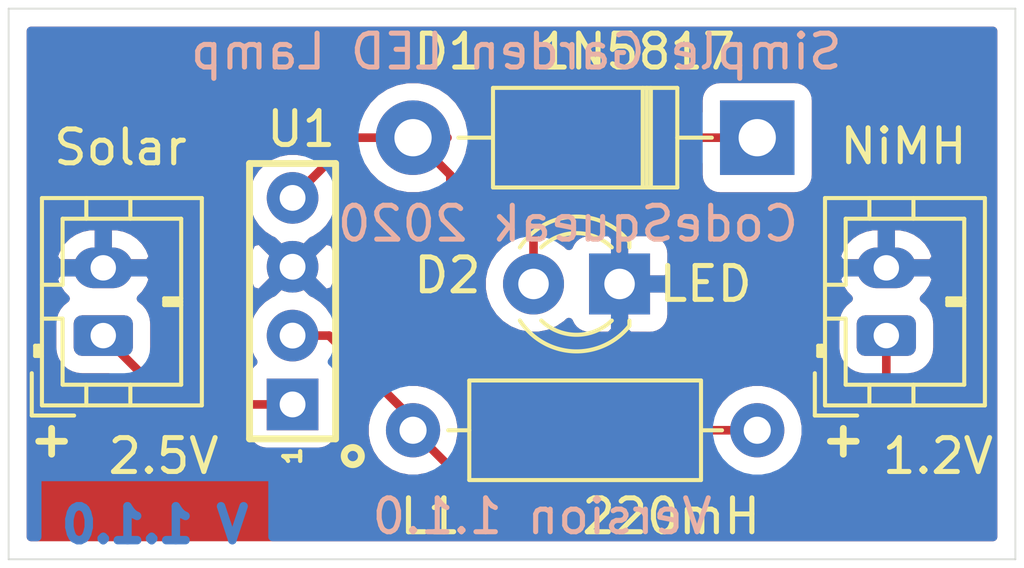
<source format=kicad_pcb>
(kicad_pcb (version 20171130) (host pcbnew "(5.1.5)-3")

  (general
    (thickness 1.6)
    (drawings 16)
    (tracks 19)
    (zones 0)
    (modules 6)
    (nets 6)
  )

  (page A4)
  (title_block
    (title "Compact Garden Solar Light")
    (rev 1.0.1)
  )

  (layers
    (0 F.Cu signal)
    (31 B.Cu signal)
    (33 F.Adhes user)
    (34 B.Paste user)
    (35 F.Paste user)
    (36 B.SilkS user)
    (37 F.SilkS user hide)
    (38 B.Mask user)
    (39 F.Mask user)
    (40 Dwgs.User user)
    (41 Cmts.User user)
    (42 Eco1.User user)
    (43 Eco2.User user)
    (44 Edge.Cuts user)
    (45 Margin user)
    (46 B.CrtYd user)
    (47 F.CrtYd user)
    (48 B.Fab user)
    (49 F.Fab user)
  )

  (setup
    (last_trace_width 0.254)
    (trace_clearance 0.254)
    (zone_clearance 0.508)
    (zone_45_only no)
    (trace_min 0.1524)
    (via_size 0.762)
    (via_drill 0.381)
    (via_min_size 0.6858)
    (via_min_drill 0.3302)
    (uvia_size 0.762)
    (uvia_drill 0.381)
    (uvias_allowed no)
    (uvia_min_size 0.6858)
    (uvia_min_drill 0.3302)
    (edge_width 0.05)
    (segment_width 0.2)
    (pcb_text_width 0.3)
    (pcb_text_size 1.5 1.5)
    (mod_edge_width 0.12)
    (mod_text_size 1 1)
    (mod_text_width 0.15)
    (pad_size 1.524 1.524)
    (pad_drill 0.762)
    (pad_to_mask_clearance 0.0508)
    (solder_mask_min_width 0.1016)
    (aux_axis_origin 0 0)
    (visible_elements 7FFFFFFF)
    (pcbplotparams
      (layerselection 0x010f0_ffffffff)
      (usegerberextensions false)
      (usegerberattributes false)
      (usegerberadvancedattributes false)
      (creategerberjobfile false)
      (excludeedgelayer true)
      (linewidth 0.150000)
      (plotframeref false)
      (viasonmask false)
      (mode 1)
      (useauxorigin false)
      (hpglpennumber 1)
      (hpglpenspeed 20)
      (hpglpendiameter 15.000000)
      (psnegative false)
      (psa4output false)
      (plotreference true)
      (plotvalue true)
      (plotinvisibletext false)
      (padsonsilk true)
      (subtractmaskfromsilk false)
      (outputformat 1)
      (mirror false)
      (drillshape 0)
      (scaleselection 1)
      (outputdirectory "gerbers/jlcpcb/"))
  )

  (net 0 "")
  (net 1 GND)
  (net 2 "Net-(BT1-Pad1)")
  (net 3 "Net-(D1-Pad2)")
  (net 4 "Net-(SC1-Pad1)")
  (net 5 "Net-(D1-Pad1)")

  (net_class Default "This is the default net class."
    (clearance 0.254)
    (trace_width 0.254)
    (via_dia 0.762)
    (via_drill 0.381)
    (uvia_dia 0.762)
    (uvia_drill 0.381)
    (add_net GND)
    (add_net "Net-(BT1-Pad1)")
    (add_net "Net-(D1-Pad1)")
    (add_net "Net-(D1-Pad2)")
    (add_net "Net-(SC1-Pad1)")
  )

  (module Connector_JST:JST_PH_B2B-PH-K_1x02_P2.00mm_Vertical (layer F.Cu) (tedit 5B7745C2) (tstamp 5EB72878)
    (at 100.33 89.662 90)
    (descr "JST PH series connector, B2B-PH-K (http://www.jst-mfg.com/product/pdf/eng/ePH.pdf), generated with kicad-footprint-generator")
    (tags "connector JST PH side entry")
    (path /5EB23CAD)
    (fp_text reference Solar (at 5.556 0.508 180) (layer F.SilkS)
      (effects (font (size 1 1) (thickness 0.15)))
    )
    (fp_text value 2.5V (at 1 4 90) (layer F.Fab)
      (effects (font (size 1 1) (thickness 0.15)))
    )
    (fp_text user %R (at 1 1.5 90) (layer F.Fab)
      (effects (font (size 1 1) (thickness 0.15)))
    )
    (fp_line (start 4.45 -2.2) (end -2.45 -2.2) (layer F.CrtYd) (width 0.05))
    (fp_line (start 4.45 3.3) (end 4.45 -2.2) (layer F.CrtYd) (width 0.05))
    (fp_line (start -2.45 3.3) (end 4.45 3.3) (layer F.CrtYd) (width 0.05))
    (fp_line (start -2.45 -2.2) (end -2.45 3.3) (layer F.CrtYd) (width 0.05))
    (fp_line (start 3.95 -1.7) (end -1.95 -1.7) (layer F.Fab) (width 0.1))
    (fp_line (start 3.95 2.8) (end 3.95 -1.7) (layer F.Fab) (width 0.1))
    (fp_line (start -1.95 2.8) (end 3.95 2.8) (layer F.Fab) (width 0.1))
    (fp_line (start -1.95 -1.7) (end -1.95 2.8) (layer F.Fab) (width 0.1))
    (fp_line (start -2.36 -2.11) (end -2.36 -0.86) (layer F.Fab) (width 0.1))
    (fp_line (start -1.11 -2.11) (end -2.36 -2.11) (layer F.Fab) (width 0.1))
    (fp_line (start -2.36 -2.11) (end -2.36 -0.86) (layer F.SilkS) (width 0.12))
    (fp_line (start -1.11 -2.11) (end -2.36 -2.11) (layer F.SilkS) (width 0.12))
    (fp_line (start 1 2.3) (end 1 1.8) (layer F.SilkS) (width 0.12))
    (fp_line (start 1.1 1.8) (end 1.1 2.3) (layer F.SilkS) (width 0.12))
    (fp_line (start 0.9 1.8) (end 1.1 1.8) (layer F.SilkS) (width 0.12))
    (fp_line (start 0.9 2.3) (end 0.9 1.8) (layer F.SilkS) (width 0.12))
    (fp_line (start 4.06 0.8) (end 3.45 0.8) (layer F.SilkS) (width 0.12))
    (fp_line (start 4.06 -0.5) (end 3.45 -0.5) (layer F.SilkS) (width 0.12))
    (fp_line (start -2.06 0.8) (end -1.45 0.8) (layer F.SilkS) (width 0.12))
    (fp_line (start -2.06 -0.5) (end -1.45 -0.5) (layer F.SilkS) (width 0.12))
    (fp_line (start 1.5 -1.2) (end 1.5 -1.81) (layer F.SilkS) (width 0.12))
    (fp_line (start 3.45 -1.2) (end 1.5 -1.2) (layer F.SilkS) (width 0.12))
    (fp_line (start 3.45 2.3) (end 3.45 -1.2) (layer F.SilkS) (width 0.12))
    (fp_line (start -1.45 2.3) (end 3.45 2.3) (layer F.SilkS) (width 0.12))
    (fp_line (start -1.45 -1.2) (end -1.45 2.3) (layer F.SilkS) (width 0.12))
    (fp_line (start 0.5 -1.2) (end -1.45 -1.2) (layer F.SilkS) (width 0.12))
    (fp_line (start 0.5 -1.81) (end 0.5 -1.2) (layer F.SilkS) (width 0.12))
    (fp_line (start -0.3 -1.91) (end -0.6 -1.91) (layer F.SilkS) (width 0.12))
    (fp_line (start -0.6 -2.01) (end -0.6 -1.81) (layer F.SilkS) (width 0.12))
    (fp_line (start -0.3 -2.01) (end -0.6 -2.01) (layer F.SilkS) (width 0.12))
    (fp_line (start -0.3 -1.81) (end -0.3 -2.01) (layer F.SilkS) (width 0.12))
    (fp_line (start 4.06 -1.81) (end -2.06 -1.81) (layer F.SilkS) (width 0.12))
    (fp_line (start 4.06 2.91) (end 4.06 -1.81) (layer F.SilkS) (width 0.12))
    (fp_line (start -2.06 2.91) (end 4.06 2.91) (layer F.SilkS) (width 0.12))
    (fp_line (start -2.06 -1.81) (end -2.06 2.91) (layer F.SilkS) (width 0.12))
    (pad 2 thru_hole oval (at 2 0 90) (size 1.2 1.75) (drill 0.75) (layers *.Cu *.Mask)
      (net 1 GND))
    (pad 1 thru_hole roundrect (at 0 0 90) (size 1.2 1.75) (drill 0.75) (layers *.Cu *.Mask) (roundrect_rratio 0.208333)
      (net 4 "Net-(SC1-Pad1)"))
    (model ${KISYS3DMOD}/Connector_JST.3dshapes/JST_PH_B2B-PH-K_1x02_P2.00mm_Vertical.wrl
      (at (xyz 0 0 0))
      (scale (xyz 1 1 1))
      (rotate (xyz 0 0 0))
    )
  )

  (module Diode_THT:D_DO-41_SOD81_P10.16mm_Horizontal (layer F.Cu) (tedit 5AE50CD5) (tstamp 5EB72825)
    (at 119.634 83.82 180)
    (descr "Diode, DO-41_SOD81 series, Axial, Horizontal, pin pitch=10.16mm, , length*diameter=5.2*2.7mm^2, , http://www.diodes.com/_files/packages/DO-41%20(Plastic).pdf")
    (tags "Diode DO-41_SOD81 series Axial Horizontal pin pitch 10.16mm  length 5.2mm diameter 2.7mm")
    (path /5EB21160)
    (fp_text reference D1 (at 9.144 2.54) (layer F.SilkS)
      (effects (font (size 1 1) (thickness 0.15)))
    )
    (fp_text value 1N5817 (at 3.556 2.54) (layer F.Fab)
      (effects (font (size 1 1) (thickness 0.15)))
    )
    (fp_text user K (at 0 -2.1) (layer F.Fab)
      (effects (font (size 1 1) (thickness 0.15)))
    )
    (fp_text user %R (at 5.47 0) (layer F.Fab)
      (effects (font (size 1 1) (thickness 0.15)))
    )
    (fp_line (start 11.51 -1.6) (end -1.35 -1.6) (layer F.CrtYd) (width 0.05))
    (fp_line (start 11.51 1.6) (end 11.51 -1.6) (layer F.CrtYd) (width 0.05))
    (fp_line (start -1.35 1.6) (end 11.51 1.6) (layer F.CrtYd) (width 0.05))
    (fp_line (start -1.35 -1.6) (end -1.35 1.6) (layer F.CrtYd) (width 0.05))
    (fp_line (start 3.14 -1.47) (end 3.14 1.47) (layer F.SilkS) (width 0.12))
    (fp_line (start 3.38 -1.47) (end 3.38 1.47) (layer F.SilkS) (width 0.12))
    (fp_line (start 3.26 -1.47) (end 3.26 1.47) (layer F.SilkS) (width 0.12))
    (fp_line (start 8.82 0) (end 7.8 0) (layer F.SilkS) (width 0.12))
    (fp_line (start 1.34 0) (end 2.36 0) (layer F.SilkS) (width 0.12))
    (fp_line (start 7.8 -1.47) (end 2.36 -1.47) (layer F.SilkS) (width 0.12))
    (fp_line (start 7.8 1.47) (end 7.8 -1.47) (layer F.SilkS) (width 0.12))
    (fp_line (start 2.36 1.47) (end 7.8 1.47) (layer F.SilkS) (width 0.12))
    (fp_line (start 2.36 -1.47) (end 2.36 1.47) (layer F.SilkS) (width 0.12))
    (fp_line (start 3.16 -1.35) (end 3.16 1.35) (layer F.Fab) (width 0.1))
    (fp_line (start 3.36 -1.35) (end 3.36 1.35) (layer F.Fab) (width 0.1))
    (fp_line (start 3.26 -1.35) (end 3.26 1.35) (layer F.Fab) (width 0.1))
    (fp_line (start 10.16 0) (end 7.68 0) (layer F.Fab) (width 0.1))
    (fp_line (start 0 0) (end 2.48 0) (layer F.Fab) (width 0.1))
    (fp_line (start 7.68 -1.35) (end 2.48 -1.35) (layer F.Fab) (width 0.1))
    (fp_line (start 7.68 1.35) (end 7.68 -1.35) (layer F.Fab) (width 0.1))
    (fp_line (start 2.48 1.35) (end 7.68 1.35) (layer F.Fab) (width 0.1))
    (fp_line (start 2.48 -1.35) (end 2.48 1.35) (layer F.Fab) (width 0.1))
    (pad 2 thru_hole oval (at 10.16 0 180) (size 2.2 2.2) (drill 1.1) (layers *.Cu *.Mask)
      (net 3 "Net-(D1-Pad2)"))
    (pad 1 thru_hole rect (at 0 0 180) (size 2.2 2.2) (drill 1.1) (layers *.Cu *.Mask)
      (net 5 "Net-(D1-Pad1)"))
    (model ${KISYS3DMOD}/Diode_THT.3dshapes/D_DO-41_SOD81_P10.16mm_Horizontal.wrl
      (at (xyz 0 0 0))
      (scale (xyz 1 1 1))
      (rotate (xyz 0 0 0))
    )
  )

  (module Connector_JST:JST_PH_B2B-PH-K_1x02_P2.00mm_Vertical (layer F.Cu) (tedit 5B7745C2) (tstamp 5EB7279B)
    (at 123.444 89.662 90)
    (descr "JST PH series connector, B2B-PH-K (http://www.jst-mfg.com/product/pdf/eng/ePH.pdf), generated with kicad-footprint-generator")
    (tags "connector JST PH side entry")
    (path /5EB24EC1)
    (fp_text reference NiMH (at 5.588 0.508 180) (layer F.SilkS)
      (effects (font (size 1 1) (thickness 0.15)))
    )
    (fp_text value 1.2V (at -3.556 1.524) (layer F.Fab)
      (effects (font (size 1 1) (thickness 0.15)))
    )
    (fp_text user %R (at 5.588 0.508) (layer F.Fab)
      (effects (font (size 1 1) (thickness 0.15)))
    )
    (fp_line (start 4.45 -2.2) (end -2.45 -2.2) (layer F.CrtYd) (width 0.05))
    (fp_line (start 4.45 3.3) (end 4.45 -2.2) (layer F.CrtYd) (width 0.05))
    (fp_line (start -2.45 3.3) (end 4.45 3.3) (layer F.CrtYd) (width 0.05))
    (fp_line (start -2.45 -2.2) (end -2.45 3.3) (layer F.CrtYd) (width 0.05))
    (fp_line (start 3.95 -1.7) (end -1.95 -1.7) (layer F.Fab) (width 0.1))
    (fp_line (start 3.95 2.8) (end 3.95 -1.7) (layer F.Fab) (width 0.1))
    (fp_line (start -1.95 2.8) (end 3.95 2.8) (layer F.Fab) (width 0.1))
    (fp_line (start -1.95 -1.7) (end -1.95 2.8) (layer F.Fab) (width 0.1))
    (fp_line (start -2.36 -2.11) (end -2.36 -0.86) (layer F.Fab) (width 0.1))
    (fp_line (start -1.11 -2.11) (end -2.36 -2.11) (layer F.Fab) (width 0.1))
    (fp_line (start -2.36 -2.11) (end -2.36 -0.86) (layer F.SilkS) (width 0.12))
    (fp_line (start -1.11 -2.11) (end -2.36 -2.11) (layer F.SilkS) (width 0.12))
    (fp_line (start 1 2.3) (end 1 1.8) (layer F.SilkS) (width 0.12))
    (fp_line (start 1.1 1.8) (end 1.1 2.3) (layer F.SilkS) (width 0.12))
    (fp_line (start 0.9 1.8) (end 1.1 1.8) (layer F.SilkS) (width 0.12))
    (fp_line (start 0.9 2.3) (end 0.9 1.8) (layer F.SilkS) (width 0.12))
    (fp_line (start 4.06 0.8) (end 3.45 0.8) (layer F.SilkS) (width 0.12))
    (fp_line (start 4.06 -0.5) (end 3.45 -0.5) (layer F.SilkS) (width 0.12))
    (fp_line (start -2.06 0.8) (end -1.45 0.8) (layer F.SilkS) (width 0.12))
    (fp_line (start -2.06 -0.5) (end -1.45 -0.5) (layer F.SilkS) (width 0.12))
    (fp_line (start 1.5 -1.2) (end 1.5 -1.81) (layer F.SilkS) (width 0.12))
    (fp_line (start 3.45 -1.2) (end 1.5 -1.2) (layer F.SilkS) (width 0.12))
    (fp_line (start 3.45 2.3) (end 3.45 -1.2) (layer F.SilkS) (width 0.12))
    (fp_line (start -1.45 2.3) (end 3.45 2.3) (layer F.SilkS) (width 0.12))
    (fp_line (start -1.45 -1.2) (end -1.45 2.3) (layer F.SilkS) (width 0.12))
    (fp_line (start 0.5 -1.2) (end -1.45 -1.2) (layer F.SilkS) (width 0.12))
    (fp_line (start 0.5 -1.81) (end 0.5 -1.2) (layer F.SilkS) (width 0.12))
    (fp_line (start -0.3 -1.91) (end -0.6 -1.91) (layer F.SilkS) (width 0.12))
    (fp_line (start -0.6 -2.01) (end -0.6 -1.81) (layer F.SilkS) (width 0.12))
    (fp_line (start -0.3 -2.01) (end -0.6 -2.01) (layer F.SilkS) (width 0.12))
    (fp_line (start -0.3 -1.81) (end -0.3 -2.01) (layer F.SilkS) (width 0.12))
    (fp_line (start 4.06 -1.81) (end -2.06 -1.81) (layer F.SilkS) (width 0.12))
    (fp_line (start 4.06 2.91) (end 4.06 -1.81) (layer F.SilkS) (width 0.12))
    (fp_line (start -2.06 2.91) (end 4.06 2.91) (layer F.SilkS) (width 0.12))
    (fp_line (start -2.06 -1.81) (end -2.06 2.91) (layer F.SilkS) (width 0.12))
    (pad 2 thru_hole oval (at 2 0 90) (size 1.2 1.75) (drill 0.75) (layers *.Cu *.Mask)
      (net 1 GND))
    (pad 1 thru_hole roundrect (at 0 0 90) (size 1.2 1.75) (drill 0.75) (layers *.Cu *.Mask) (roundrect_rratio 0.208333)
      (net 2 "Net-(BT1-Pad1)"))
    (model ${KISYS3DMOD}/Connector_JST.3dshapes/JST_PH_B2B-PH-K_1x02_P2.00mm_Vertical.wrl
      (at (xyz 0 0 0))
      (scale (xyz 1 1 1))
      (rotate (xyz 0 0 0))
    )
  )

  (module Inductor_THT:L_Axial_L6.6mm_D2.7mm_P10.16mm_Horizontal_Vishay_IM-2 (layer F.Cu) (tedit 5AE59B05) (tstamp 5EB7284E)
    (at 109.474 92.456)
    (descr "Inductor, Axial series, Axial, Horizontal, pin pitch=10.16mm, , length*diameter=6.6*2.7mm^2, Vishay, IM-2, http://www.vishay.com/docs/34030/im.pdf")
    (tags "Inductor Axial series Axial Horizontal pin pitch 10.16mm  length 6.6mm diameter 2.7mm Vishay IM-2")
    (path /5EB20669)
    (fp_text reference L1 (at 0.508 2.54) (layer F.SilkS)
      (effects (font (size 1 1) (thickness 0.15)))
    )
    (fp_text value 220mH (at 7.62 2.54) (layer F.Fab)
      (effects (font (size 1 1) (thickness 0.15)))
    )
    (fp_text user %R (at 5.08 0) (layer F.Fab)
      (effects (font (size 1 1) (thickness 0.15)))
    )
    (fp_line (start 11.21 -1.6) (end -1.05 -1.6) (layer F.CrtYd) (width 0.05))
    (fp_line (start 11.21 1.6) (end 11.21 -1.6) (layer F.CrtYd) (width 0.05))
    (fp_line (start -1.05 1.6) (end 11.21 1.6) (layer F.CrtYd) (width 0.05))
    (fp_line (start -1.05 -1.6) (end -1.05 1.6) (layer F.CrtYd) (width 0.05))
    (fp_line (start 9.12 0) (end 8.5 0) (layer F.SilkS) (width 0.12))
    (fp_line (start 1.04 0) (end 1.66 0) (layer F.SilkS) (width 0.12))
    (fp_line (start 8.5 -1.47) (end 1.66 -1.47) (layer F.SilkS) (width 0.12))
    (fp_line (start 8.5 1.47) (end 8.5 -1.47) (layer F.SilkS) (width 0.12))
    (fp_line (start 1.66 1.47) (end 8.5 1.47) (layer F.SilkS) (width 0.12))
    (fp_line (start 1.66 -1.47) (end 1.66 1.47) (layer F.SilkS) (width 0.12))
    (fp_line (start 10.16 0) (end 8.38 0) (layer F.Fab) (width 0.1))
    (fp_line (start 0 0) (end 1.78 0) (layer F.Fab) (width 0.1))
    (fp_line (start 8.38 -1.35) (end 1.78 -1.35) (layer F.Fab) (width 0.1))
    (fp_line (start 8.38 1.35) (end 8.38 -1.35) (layer F.Fab) (width 0.1))
    (fp_line (start 1.78 1.35) (end 8.38 1.35) (layer F.Fab) (width 0.1))
    (fp_line (start 1.78 -1.35) (end 1.78 1.35) (layer F.Fab) (width 0.1))
    (pad 2 thru_hole oval (at 10.16 0) (size 1.6 1.6) (drill 0.8) (layers *.Cu *.Mask)
      (net 3 "Net-(D1-Pad2)"))
    (pad 1 thru_hole circle (at 0 0) (size 1.6 1.6) (drill 0.8) (layers *.Cu *.Mask)
      (net 2 "Net-(BT1-Pad1)"))
    (model ${KISYS3DMOD}/Inductor_THT.3dshapes/L_Axial_L6.6mm_D2.7mm_P10.16mm_Horizontal_Vishay_IM-2.wrl
      (at (xyz 0 0 0))
      (scale (xyz 1 1 1))
      (rotate (xyz 0 0 0))
    )
  )

  (module gardenlight:QX5252F (layer F.Cu) (tedit 5EB20A87) (tstamp 5EB72889)
    (at 105.918 88.646 90)
    (path /5EB1F72A)
    (fp_text reference U1 (at 5.08 0.254 180) (layer F.SilkS)
      (effects (font (size 1 1) (thickness 0.15)))
    )
    (fp_text value QX5252F (at 0 2.54 90) (layer F.Fab)
      (effects (font (size 1 1) (thickness 0.15)))
    )
    (fp_circle (center -4.572 1.778) (end -4.318 1.778) (layer F.SilkS) (width 0.2032))
    (fp_line (start 4.064 1.27) (end -4.064 1.27) (layer F.SilkS) (width 0.2032))
    (fp_line (start 4.064 -1.27) (end 4.064 1.27) (layer F.SilkS) (width 0.2032))
    (fp_line (start -4.064 -1.27) (end 4.064 -1.27) (layer F.SilkS) (width 0.2032))
    (fp_line (start -4.064 1.27) (end -4.064 -1.27) (layer F.SilkS) (width 0.2032))
    (fp_line (start -4.064 1.27) (end -4.064 -1.27) (layer F.Fab) (width 0.12))
    (fp_line (start 4.064 1.27) (end -4.064 1.27) (layer F.Fab) (width 0.127))
    (fp_line (start 4.064 -1.27) (end 4.064 1.27) (layer F.Fab) (width 0.12))
    (fp_line (start -4.064 -1.27) (end 4.064 -1.27) (layer F.Fab) (width 0.127))
    (pad 4 thru_hole circle (at 3.048 0 90) (size 1.524 1.524) (drill 0.762) (layers *.Cu *.Mask)
      (net 3 "Net-(D1-Pad2)"))
    (pad 3 thru_hole circle (at 1.016 0 90) (size 1.524 1.524) (drill 0.762) (layers *.Cu *.Mask)
      (net 1 GND))
    (pad 2 thru_hole circle (at -1.016 0 90) (size 1.524 1.524) (drill 0.762) (layers *.Cu *.Mask)
      (net 2 "Net-(BT1-Pad1)"))
    (pad 1 thru_hole rect (at -3.048 0 90) (size 1.524 1.524) (drill 0.762) (layers *.Cu *.Mask)
      (net 4 "Net-(SC1-Pad1)"))
  )

  (module LED_THT:LED_D3.0mm (layer F.Cu) (tedit 587A3A7B) (tstamp 5EEBF8A0)
    (at 115.57 88.138 180)
    (descr "LED, diameter 3.0mm, 2 pins")
    (tags "LED diameter 3.0mm 2 pins")
    (path /5EB223E6)
    (fp_text reference D2 (at 5.08 0.254) (layer F.SilkS)
      (effects (font (size 1 1) (thickness 0.15)))
    )
    (fp_text value LED (at -2.54 0) (layer F.Fab)
      (effects (font (size 1 1) (thickness 0.15)))
    )
    (fp_line (start 3.7 -2.25) (end -1.15 -2.25) (layer F.CrtYd) (width 0.05))
    (fp_line (start 3.7 2.25) (end 3.7 -2.25) (layer F.CrtYd) (width 0.05))
    (fp_line (start -1.15 2.25) (end 3.7 2.25) (layer F.CrtYd) (width 0.05))
    (fp_line (start -1.15 -2.25) (end -1.15 2.25) (layer F.CrtYd) (width 0.05))
    (fp_line (start -0.29 1.08) (end -0.29 1.236) (layer F.SilkS) (width 0.12))
    (fp_line (start -0.29 -1.236) (end -0.29 -1.08) (layer F.SilkS) (width 0.12))
    (fp_line (start -0.23 -1.16619) (end -0.23 1.16619) (layer F.Fab) (width 0.1))
    (fp_circle (center 1.27 0) (end 2.77 0) (layer F.Fab) (width 0.1))
    (fp_arc (start 1.27 0) (end 0.229039 1.08) (angle -87.9) (layer F.SilkS) (width 0.12))
    (fp_arc (start 1.27 0) (end 0.229039 -1.08) (angle 87.9) (layer F.SilkS) (width 0.12))
    (fp_arc (start 1.27 0) (end -0.29 1.235516) (angle -108.8) (layer F.SilkS) (width 0.12))
    (fp_arc (start 1.27 0) (end -0.29 -1.235516) (angle 108.8) (layer F.SilkS) (width 0.12))
    (fp_arc (start 1.27 0) (end -0.23 -1.16619) (angle 284.3) (layer F.Fab) (width 0.1))
    (pad 2 thru_hole circle (at 2.54 0 180) (size 1.8 1.8) (drill 0.9) (layers *.Cu *.Mask)
      (net 5 "Net-(D1-Pad1)"))
    (pad 1 thru_hole rect (at 0 0 180) (size 1.8 1.8) (drill 0.9) (layers *.Cu *.Mask)
      (net 1 GND))
    (model ${KISYS3DMOD}/LED_THT.3dshapes/LED_D3.0mm.wrl
      (at (xyz 0 0 0))
      (scale (xyz 1 1 1))
      (rotate (xyz 0 0 0))
    )
  )

  (gr_text + (at 122.174 92.71) (layer F.SilkS) (tstamp 5EECFA3B)
    (effects (font (size 1 1) (thickness 0.2)))
  )
  (gr_text + (at 98.806 92.71) (layer F.SilkS)
    (effects (font (size 1 1) (thickness 0.2)))
  )
  (gr_text 1 (at 105.918 93.218 90) (layer F.SilkS)
    (effects (font (size 0.5 0.5) (thickness 0.125)))
  )
  (gr_text "Version 1.1.0" (at 113.284 94.996) (layer B.SilkS)
    (effects (font (size 1 1) (thickness 0.15)) (justify mirror))
  )
  (gr_text "V 1.1.0" (at 101.854 95.25) (layer B.Cu)
    (effects (font (size 1 1) (thickness 0.25)) (justify mirror))
  )
  (gr_text "CodeSqueak 2020" (at 114.046 86.36) (layer B.SilkS)
    (effects (font (size 1 1) (thickness 0.15)) (justify mirror))
  )
  (gr_text "Simple Garden LED Lamp" (at 112.522 81.28) (layer B.SilkS)
    (effects (font (size 1 1) (thickness 0.15)) (justify mirror))
  )
  (gr_text 2.5V (at 102.108 93.218) (layer F.SilkS)
    (effects (font (size 1 1) (thickness 0.15)))
  )
  (gr_text LED (at 118.11 88.138) (layer F.SilkS)
    (effects (font (size 1 1) (thickness 0.15)))
  )
  (gr_text 1N5817 (at 116.078 81.28) (layer F.SilkS)
    (effects (font (size 1 1) (thickness 0.15)))
  )
  (gr_text "220mH\n" (at 117.094 94.996) (layer F.SilkS)
    (effects (font (size 1 1) (thickness 0.15)))
  )
  (gr_text 1.2V (at 124.968 93.218) (layer F.SilkS)
    (effects (font (size 1 1) (thickness 0.15)))
  )
  (gr_line (start 97.536 96.266) (end 97.536 80.01) (layer Edge.Cuts) (width 0.05) (tstamp 5EB7391E))
  (gr_line (start 127.254 96.266) (end 97.536 96.266) (layer Edge.Cuts) (width 0.05))
  (gr_line (start 127.254 80.01) (end 127.254 96.266) (layer Edge.Cuts) (width 0.05))
  (gr_line (start 97.536 80.01) (end 127.254 80.01) (layer Edge.Cuts) (width 0.05))

  (segment (start 109.474 92.14037) (end 109.474 92.456) (width 0.254) (layer F.Cu) (net 2))
  (segment (start 106.99563 89.662) (end 109.474 92.14037) (width 0.254) (layer F.Cu) (net 2))
  (segment (start 105.918 89.662) (end 106.99563 89.662) (width 0.254) (layer F.Cu) (net 2))
  (segment (start 123.444 91.44) (end 123.444 89.662) (width 0.254) (layer F.Cu) (net 2))
  (segment (start 109.474 92.456) (end 110.998 93.98) (width 0.254) (layer F.Cu) (net 2))
  (segment (start 120.904 93.98) (end 123.444 91.44) (width 0.254) (layer F.Cu) (net 2))
  (segment (start 110.998 93.98) (end 120.904 93.98) (width 0.254) (layer F.Cu) (net 2))
  (segment (start 109.982 83.312) (end 110.49 83.82) (width 0.254) (layer F.Cu) (net 3))
  (segment (start 107.696 83.82) (end 109.474 83.82) (width 0.254) (layer F.Cu) (net 3))
  (segment (start 105.918 85.598) (end 107.696 83.82) (width 0.254) (layer F.Cu) (net 3))
  (segment (start 110.573999 84.919999) (end 110.573999 89.578001) (width 0.254) (layer F.Cu) (net 3))
  (segment (start 109.474 83.82) (end 110.573999 84.919999) (width 0.254) (layer F.Cu) (net 3))
  (segment (start 113.451998 92.456) (end 119.634 92.456) (width 0.254) (layer F.Cu) (net 3))
  (segment (start 110.573999 89.578001) (end 113.451998 92.456) (width 0.254) (layer F.Cu) (net 3))
  (segment (start 102.362 91.694) (end 100.33 89.662) (width 0.254) (layer F.Cu) (net 4))
  (segment (start 105.918 91.694) (end 102.362 91.694) (width 0.254) (layer F.Cu) (net 4))
  (segment (start 113.03 86.106) (end 113.03 88.138) (width 0.254) (layer F.Cu) (net 5))
  (segment (start 119.634 83.82) (end 115.316 83.82) (width 0.254) (layer F.Cu) (net 5))
  (segment (start 115.316 83.82) (end 113.03 86.106) (width 0.254) (layer F.Cu) (net 5))

  (zone (net 1) (net_name GND) (layer F.Cu) (tstamp 5EECF7E1) (hatch edge 0.508)
    (connect_pads (clearance 0.508))
    (min_thickness 0.254)
    (fill yes (arc_segments 32) (thermal_gap 0.508) (thermal_bridge_width 0.508))
    (polygon
      (pts
        (xy 127.508 96.52) (xy 97.282 96.52) (xy 97.282 79.756) (xy 127.508 79.756)
      )
    )
    (filled_polygon
      (pts
        (xy 126.594001 95.606) (xy 98.196 95.606) (xy 98.196 89.311999) (xy 98.816928 89.311999) (xy 98.816928 90.012001)
        (xy 98.833992 90.185255) (xy 98.884528 90.351851) (xy 98.966595 90.505387) (xy 99.077038 90.639962) (xy 99.211613 90.750405)
        (xy 99.365149 90.832472) (xy 99.531745 90.883008) (xy 99.704999 90.900072) (xy 100.490442 90.900072) (xy 101.796721 92.206352)
        (xy 101.820578 92.235422) (xy 101.849648 92.259279) (xy 101.936607 92.330645) (xy 102.007364 92.368465) (xy 102.068985 92.401402)
        (xy 102.212622 92.444974) (xy 102.324574 92.456) (xy 102.324577 92.456) (xy 102.362 92.459686) (xy 102.399423 92.456)
        (xy 104.517928 92.456) (xy 104.530188 92.580482) (xy 104.566498 92.70018) (xy 104.625463 92.810494) (xy 104.704815 92.907185)
        (xy 104.801506 92.986537) (xy 104.91182 93.045502) (xy 105.031518 93.081812) (xy 105.156 93.094072) (xy 106.68 93.094072)
        (xy 106.804482 93.081812) (xy 106.92418 93.045502) (xy 107.034494 92.986537) (xy 107.131185 92.907185) (xy 107.210537 92.810494)
        (xy 107.269502 92.70018) (xy 107.305812 92.580482) (xy 107.318072 92.456) (xy 107.318072 91.062072) (xy 108.152514 91.896515)
        (xy 108.094147 92.037426) (xy 108.039 92.314665) (xy 108.039 92.597335) (xy 108.094147 92.874574) (xy 108.20232 93.135727)
        (xy 108.359363 93.370759) (xy 108.559241 93.570637) (xy 108.794273 93.72768) (xy 109.055426 93.835853) (xy 109.332665 93.891)
        (xy 109.615335 93.891) (xy 109.795527 93.855157) (xy 110.432721 94.492352) (xy 110.456578 94.521422) (xy 110.572608 94.616645)
        (xy 110.704985 94.687402) (xy 110.848622 94.730974) (xy 110.960574 94.742) (xy 110.960576 94.742) (xy 110.997999 94.745686)
        (xy 111.035422 94.742) (xy 120.866577 94.742) (xy 120.904 94.745686) (xy 120.941423 94.742) (xy 120.941426 94.742)
        (xy 121.053378 94.730974) (xy 121.197015 94.687402) (xy 121.329392 94.616645) (xy 121.445422 94.521422) (xy 121.469284 94.492346)
        (xy 123.956353 92.005278) (xy 123.985422 91.981422) (xy 124.080645 91.865392) (xy 124.151402 91.733015) (xy 124.194974 91.589378)
        (xy 124.206 91.477426) (xy 124.206 91.477424) (xy 124.209686 91.440001) (xy 124.206 91.402578) (xy 124.206 90.886579)
        (xy 124.242255 90.883008) (xy 124.408851 90.832472) (xy 124.562387 90.750405) (xy 124.696962 90.639962) (xy 124.807405 90.505387)
        (xy 124.889472 90.351851) (xy 124.940008 90.185255) (xy 124.957072 90.012001) (xy 124.957072 89.311999) (xy 124.940008 89.138745)
        (xy 124.889472 88.972149) (xy 124.807405 88.818613) (xy 124.696962 88.684038) (xy 124.562387 88.573595) (xy 124.557594 88.571033)
        (xy 124.682078 88.445474) (xy 124.816421 88.242533) (xy 124.908591 88.017282) (xy 124.912462 87.979609) (xy 124.787731 87.789)
        (xy 123.571 87.789) (xy 123.571 87.809) (xy 123.317 87.809) (xy 123.317 87.789) (xy 122.100269 87.789)
        (xy 121.975538 87.979609) (xy 121.979409 88.017282) (xy 122.071579 88.242533) (xy 122.205922 88.445474) (xy 122.330406 88.571033)
        (xy 122.325613 88.573595) (xy 122.191038 88.684038) (xy 122.080595 88.818613) (xy 121.998528 88.972149) (xy 121.947992 89.138745)
        (xy 121.930928 89.311999) (xy 121.930928 90.012001) (xy 121.947992 90.185255) (xy 121.998528 90.351851) (xy 122.080595 90.505387)
        (xy 122.191038 90.639962) (xy 122.325613 90.750405) (xy 122.479149 90.832472) (xy 122.645745 90.883008) (xy 122.682 90.886579)
        (xy 122.682 91.124369) (xy 121.034228 92.772141) (xy 121.069 92.597335) (xy 121.069 92.314665) (xy 121.013853 92.037426)
        (xy 120.90568 91.776273) (xy 120.748637 91.541241) (xy 120.548759 91.341363) (xy 120.313727 91.18432) (xy 120.052574 91.076147)
        (xy 119.775335 91.021) (xy 119.492665 91.021) (xy 119.215426 91.076147) (xy 118.954273 91.18432) (xy 118.719241 91.341363)
        (xy 118.519363 91.541241) (xy 118.417293 91.694) (xy 113.767629 91.694) (xy 111.335999 89.262371) (xy 111.335999 87.986816)
        (xy 111.495 87.986816) (xy 111.495 88.289184) (xy 111.553989 88.585743) (xy 111.669701 88.865095) (xy 111.837688 89.116505)
        (xy 112.051495 89.330312) (xy 112.302905 89.498299) (xy 112.582257 89.614011) (xy 112.878816 89.673) (xy 113.181184 89.673)
        (xy 113.477743 89.614011) (xy 113.757095 89.498299) (xy 114.008505 89.330312) (xy 114.074944 89.263873) (xy 114.080498 89.28218)
        (xy 114.139463 89.392494) (xy 114.218815 89.489185) (xy 114.315506 89.568537) (xy 114.42582 89.627502) (xy 114.545518 89.663812)
        (xy 114.67 89.676072) (xy 115.28425 89.673) (xy 115.443 89.51425) (xy 115.443 88.265) (xy 115.697 88.265)
        (xy 115.697 89.51425) (xy 115.85575 89.673) (xy 116.47 89.676072) (xy 116.594482 89.663812) (xy 116.71418 89.627502)
        (xy 116.824494 89.568537) (xy 116.921185 89.489185) (xy 117.000537 89.392494) (xy 117.059502 89.28218) (xy 117.095812 89.162482)
        (xy 117.108072 89.038) (xy 117.105 88.42375) (xy 116.94625 88.265) (xy 115.697 88.265) (xy 115.443 88.265)
        (xy 115.423 88.265) (xy 115.423 88.011) (xy 115.443 88.011) (xy 115.443 86.76175) (xy 115.697 86.76175)
        (xy 115.697 88.011) (xy 116.94625 88.011) (xy 117.105 87.85225) (xy 117.107539 87.344391) (xy 121.975538 87.344391)
        (xy 122.100269 87.535) (xy 123.317 87.535) (xy 123.317 86.427) (xy 123.571 86.427) (xy 123.571 87.535)
        (xy 124.787731 87.535) (xy 124.912462 87.344391) (xy 124.908591 87.306718) (xy 124.816421 87.081467) (xy 124.682078 86.878526)
        (xy 124.510725 86.705693) (xy 124.308946 86.56961) (xy 124.084496 86.475507) (xy 123.846 86.427) (xy 123.571 86.427)
        (xy 123.317 86.427) (xy 123.042 86.427) (xy 122.803504 86.475507) (xy 122.579054 86.56961) (xy 122.377275 86.705693)
        (xy 122.205922 86.878526) (xy 122.071579 87.081467) (xy 121.979409 87.306718) (xy 121.975538 87.344391) (xy 117.107539 87.344391)
        (xy 117.108072 87.238) (xy 117.095812 87.113518) (xy 117.059502 86.99382) (xy 117.000537 86.883506) (xy 116.921185 86.786815)
        (xy 116.824494 86.707463) (xy 116.71418 86.648498) (xy 116.594482 86.612188) (xy 116.47 86.599928) (xy 115.85575 86.603)
        (xy 115.697 86.76175) (xy 115.443 86.76175) (xy 115.28425 86.603) (xy 114.67 86.599928) (xy 114.545518 86.612188)
        (xy 114.42582 86.648498) (xy 114.315506 86.707463) (xy 114.218815 86.786815) (xy 114.139463 86.883506) (xy 114.080498 86.99382)
        (xy 114.074944 87.012127) (xy 114.008505 86.945688) (xy 113.792 86.801024) (xy 113.792 86.42163) (xy 115.631631 84.582)
        (xy 117.895928 84.582) (xy 117.895928 84.92) (xy 117.908188 85.044482) (xy 117.944498 85.16418) (xy 118.003463 85.274494)
        (xy 118.082815 85.371185) (xy 118.179506 85.450537) (xy 118.28982 85.509502) (xy 118.409518 85.545812) (xy 118.534 85.558072)
        (xy 120.734 85.558072) (xy 120.858482 85.545812) (xy 120.97818 85.509502) (xy 121.088494 85.450537) (xy 121.185185 85.371185)
        (xy 121.264537 85.274494) (xy 121.323502 85.16418) (xy 121.359812 85.044482) (xy 121.372072 84.92) (xy 121.372072 82.72)
        (xy 121.359812 82.595518) (xy 121.323502 82.47582) (xy 121.264537 82.365506) (xy 121.185185 82.268815) (xy 121.088494 82.189463)
        (xy 120.97818 82.130498) (xy 120.858482 82.094188) (xy 120.734 82.081928) (xy 118.534 82.081928) (xy 118.409518 82.094188)
        (xy 118.28982 82.130498) (xy 118.179506 82.189463) (xy 118.082815 82.268815) (xy 118.003463 82.365506) (xy 117.944498 82.47582)
        (xy 117.908188 82.595518) (xy 117.895928 82.72) (xy 117.895928 83.058) (xy 115.353422 83.058) (xy 115.315999 83.054314)
        (xy 115.278576 83.058) (xy 115.278574 83.058) (xy 115.166622 83.069026) (xy 115.022985 83.112598) (xy 114.890608 83.183355)
        (xy 114.774578 83.278578) (xy 114.750721 83.307648) (xy 112.517654 85.540716) (xy 112.488578 85.564578) (xy 112.46115 85.598)
        (xy 112.393355 85.680608) (xy 112.363966 85.735592) (xy 112.322598 85.812986) (xy 112.279026 85.956623) (xy 112.27245 86.023392)
        (xy 112.264314 86.106) (xy 112.268 86.143424) (xy 112.268 86.801024) (xy 112.051495 86.945688) (xy 111.837688 87.159495)
        (xy 111.669701 87.410905) (xy 111.553989 87.690257) (xy 111.495 87.986816) (xy 111.335999 87.986816) (xy 111.335999 84.957422)
        (xy 111.339685 84.919999) (xy 111.335999 84.882573) (xy 111.324973 84.770621) (xy 111.281401 84.626984) (xy 111.248464 84.565363)
        (xy 111.210644 84.494606) (xy 111.175856 84.452218) (xy 111.11885 84.382755) (xy 111.142325 84.326081) (xy 111.177182 84.150842)
        (xy 111.197401 84.113015) (xy 111.240973 83.969378) (xy 111.255685 83.819999) (xy 111.240973 83.670621) (xy 111.197401 83.526983)
        (xy 111.177182 83.489156) (xy 111.142325 83.313919) (xy 111.011537 82.998169) (xy 110.821663 82.714002) (xy 110.579998 82.472337)
        (xy 110.295831 82.282463) (xy 109.980081 82.151675) (xy 109.644883 82.085) (xy 109.303117 82.085) (xy 108.967919 82.151675)
        (xy 108.652169 82.282463) (xy 108.368002 82.472337) (xy 108.126337 82.714002) (xy 107.936463 82.998169) (xy 107.91168 83.058)
        (xy 107.733423 83.058) (xy 107.696 83.054314) (xy 107.658577 83.058) (xy 107.658574 83.058) (xy 107.546622 83.069026)
        (xy 107.402985 83.112598) (xy 107.341364 83.145535) (xy 107.270607 83.183355) (xy 107.228219 83.218143) (xy 107.154578 83.278578)
        (xy 107.130716 83.307654) (xy 106.207211 84.231159) (xy 106.055592 84.201) (xy 105.780408 84.201) (xy 105.51051 84.254686)
        (xy 105.256273 84.359995) (xy 105.027465 84.51288) (xy 104.83288 84.707465) (xy 104.679995 84.936273) (xy 104.574686 85.19051)
        (xy 104.521 85.460408) (xy 104.521 85.735592) (xy 104.574686 86.00549) (xy 104.679995 86.259727) (xy 104.83288 86.488535)
        (xy 105.027465 86.68312) (xy 105.256273 86.836005) (xy 105.337083 86.869478) (xy 105.918 87.450395) (xy 106.498917 86.869478)
        (xy 106.579727 86.836005) (xy 106.808535 86.68312) (xy 107.00312 86.488535) (xy 107.156005 86.259727) (xy 107.261314 86.00549)
        (xy 107.315 85.735592) (xy 107.315 85.460408) (xy 107.284841 85.308789) (xy 107.942606 84.651024) (xy 108.126337 84.925998)
        (xy 108.368002 85.167663) (xy 108.652169 85.357537) (xy 108.967919 85.488325) (xy 109.303117 85.555) (xy 109.644883 85.555)
        (xy 109.811999 85.521759) (xy 109.812 89.540568) (xy 109.808313 89.578001) (xy 109.823026 89.727379) (xy 109.866598 89.871016)
        (xy 109.937354 90.003393) (xy 109.991599 90.06949) (xy 110.032578 90.119423) (xy 110.061648 90.14328) (xy 112.886718 92.968351)
        (xy 112.910576 92.997422) (xy 113.026606 93.092645) (xy 113.158983 93.163402) (xy 113.30262 93.206974) (xy 113.414572 93.218)
        (xy 111.313631 93.218) (xy 110.873157 92.777527) (xy 110.909 92.597335) (xy 110.909 92.314665) (xy 110.853853 92.037426)
        (xy 110.74568 91.776273) (xy 110.588637 91.541241) (xy 110.388759 91.341363) (xy 110.153727 91.18432) (xy 109.892574 91.076147)
        (xy 109.615335 91.021) (xy 109.432261 91.021) (xy 107.560914 89.149654) (xy 107.537052 89.120578) (xy 107.421022 89.025355)
        (xy 107.288645 88.954598) (xy 107.145008 88.911026) (xy 107.092946 88.905898) (xy 107.00312 88.771465) (xy 106.808535 88.57688)
        (xy 106.579727 88.423995) (xy 106.498917 88.390522) (xy 105.918 87.809605) (xy 105.337083 88.390522) (xy 105.256273 88.423995)
        (xy 105.027465 88.57688) (xy 104.83288 88.771465) (xy 104.679995 89.000273) (xy 104.574686 89.25451) (xy 104.521 89.524408)
        (xy 104.521 89.799592) (xy 104.574686 90.06949) (xy 104.679995 90.323727) (xy 104.756575 90.438337) (xy 104.704815 90.480815)
        (xy 104.625463 90.577506) (xy 104.566498 90.68782) (xy 104.530188 90.807518) (xy 104.517928 90.932) (xy 102.677631 90.932)
        (xy 101.835411 90.089781) (xy 101.843072 90.012001) (xy 101.843072 89.311999) (xy 101.826008 89.138745) (xy 101.775472 88.972149)
        (xy 101.693405 88.818613) (xy 101.582962 88.684038) (xy 101.448387 88.573595) (xy 101.443594 88.571033) (xy 101.568078 88.445474)
        (xy 101.702421 88.242533) (xy 101.794591 88.017282) (xy 101.798462 87.979609) (xy 101.673731 87.789) (xy 100.457 87.789)
        (xy 100.457 87.809) (xy 100.203 87.809) (xy 100.203 87.789) (xy 98.986269 87.789) (xy 98.861538 87.979609)
        (xy 98.865409 88.017282) (xy 98.957579 88.242533) (xy 99.091922 88.445474) (xy 99.216406 88.571033) (xy 99.211613 88.573595)
        (xy 99.077038 88.684038) (xy 98.966595 88.818613) (xy 98.884528 88.972149) (xy 98.833992 89.138745) (xy 98.816928 89.311999)
        (xy 98.196 89.311999) (xy 98.196 87.702017) (xy 104.51609 87.702017) (xy 104.557078 87.974133) (xy 104.650364 88.233023)
        (xy 104.712344 88.34898) (xy 104.952435 88.41596) (xy 105.738395 87.63) (xy 106.097605 87.63) (xy 106.883565 88.41596)
        (xy 107.123656 88.34898) (xy 107.240756 88.099952) (xy 107.307023 87.832865) (xy 107.31991 87.557983) (xy 107.278922 87.285867)
        (xy 107.185636 87.026977) (xy 107.123656 86.91102) (xy 106.883565 86.84404) (xy 106.097605 87.63) (xy 105.738395 87.63)
        (xy 104.952435 86.84404) (xy 104.712344 86.91102) (xy 104.595244 87.160048) (xy 104.528977 87.427135) (xy 104.51609 87.702017)
        (xy 98.196 87.702017) (xy 98.196 87.344391) (xy 98.861538 87.344391) (xy 98.986269 87.535) (xy 100.203 87.535)
        (xy 100.203 86.427) (xy 100.457 86.427) (xy 100.457 87.535) (xy 101.673731 87.535) (xy 101.798462 87.344391)
        (xy 101.794591 87.306718) (xy 101.702421 87.081467) (xy 101.568078 86.878526) (xy 101.396725 86.705693) (xy 101.194946 86.56961)
        (xy 100.970496 86.475507) (xy 100.732 86.427) (xy 100.457 86.427) (xy 100.203 86.427) (xy 99.928 86.427)
        (xy 99.689504 86.475507) (xy 99.465054 86.56961) (xy 99.263275 86.705693) (xy 99.091922 86.878526) (xy 98.957579 87.081467)
        (xy 98.865409 87.306718) (xy 98.861538 87.344391) (xy 98.196 87.344391) (xy 98.196 80.67) (xy 126.594 80.67)
      )
    )
  )
  (zone (net 1) (net_name GND) (layer B.Cu) (tstamp 5EECF7DE) (hatch edge 0.508)
    (connect_pads (clearance 0.508))
    (min_thickness 0.254)
    (fill yes (arc_segments 32) (thermal_gap 0.508) (thermal_bridge_width 0.508))
    (polygon
      (pts
        (xy 127.508 96.52) (xy 97.282 96.52) (xy 97.282 79.756) (xy 127.508 79.756)
      )
    )
    (filled_polygon
      (pts
        (xy 126.594001 95.606) (xy 105.328286 95.606) (xy 105.328286 93.8325) (xy 98.379715 93.8325) (xy 98.379715 95.606)
        (xy 98.196 95.606) (xy 98.196 90.932) (xy 104.517928 90.932) (xy 104.517928 92.456) (xy 104.530188 92.580482)
        (xy 104.566498 92.70018) (xy 104.625463 92.810494) (xy 104.704815 92.907185) (xy 104.801506 92.986537) (xy 104.91182 93.045502)
        (xy 105.031518 93.081812) (xy 105.156 93.094072) (xy 106.68 93.094072) (xy 106.804482 93.081812) (xy 106.92418 93.045502)
        (xy 107.034494 92.986537) (xy 107.131185 92.907185) (xy 107.210537 92.810494) (xy 107.269502 92.70018) (xy 107.305812 92.580482)
        (xy 107.318072 92.456) (xy 107.318072 92.314665) (xy 108.039 92.314665) (xy 108.039 92.597335) (xy 108.094147 92.874574)
        (xy 108.20232 93.135727) (xy 108.359363 93.370759) (xy 108.559241 93.570637) (xy 108.794273 93.72768) (xy 109.055426 93.835853)
        (xy 109.332665 93.891) (xy 109.615335 93.891) (xy 109.892574 93.835853) (xy 110.153727 93.72768) (xy 110.388759 93.570637)
        (xy 110.588637 93.370759) (xy 110.74568 93.135727) (xy 110.853853 92.874574) (xy 110.909 92.597335) (xy 110.909 92.314665)
        (xy 118.199 92.314665) (xy 118.199 92.597335) (xy 118.254147 92.874574) (xy 118.36232 93.135727) (xy 118.519363 93.370759)
        (xy 118.719241 93.570637) (xy 118.954273 93.72768) (xy 119.215426 93.835853) (xy 119.492665 93.891) (xy 119.775335 93.891)
        (xy 120.052574 93.835853) (xy 120.313727 93.72768) (xy 120.548759 93.570637) (xy 120.748637 93.370759) (xy 120.90568 93.135727)
        (xy 121.013853 92.874574) (xy 121.069 92.597335) (xy 121.069 92.314665) (xy 121.013853 92.037426) (xy 120.90568 91.776273)
        (xy 120.748637 91.541241) (xy 120.548759 91.341363) (xy 120.313727 91.18432) (xy 120.052574 91.076147) (xy 119.775335 91.021)
        (xy 119.492665 91.021) (xy 119.215426 91.076147) (xy 118.954273 91.18432) (xy 118.719241 91.341363) (xy 118.519363 91.541241)
        (xy 118.36232 91.776273) (xy 118.254147 92.037426) (xy 118.199 92.314665) (xy 110.909 92.314665) (xy 110.853853 92.037426)
        (xy 110.74568 91.776273) (xy 110.588637 91.541241) (xy 110.388759 91.341363) (xy 110.153727 91.18432) (xy 109.892574 91.076147)
        (xy 109.615335 91.021) (xy 109.332665 91.021) (xy 109.055426 91.076147) (xy 108.794273 91.18432) (xy 108.559241 91.341363)
        (xy 108.359363 91.541241) (xy 108.20232 91.776273) (xy 108.094147 92.037426) (xy 108.039 92.314665) (xy 107.318072 92.314665)
        (xy 107.318072 90.932) (xy 107.305812 90.807518) (xy 107.269502 90.68782) (xy 107.210537 90.577506) (xy 107.131185 90.480815)
        (xy 107.079425 90.438337) (xy 107.156005 90.323727) (xy 107.261314 90.06949) (xy 107.315 89.799592) (xy 107.315 89.524408)
        (xy 107.261314 89.25451) (xy 107.156005 89.000273) (xy 107.00312 88.771465) (xy 106.808535 88.57688) (xy 106.579727 88.423995)
        (xy 106.498917 88.390522) (xy 105.918 87.809605) (xy 105.337083 88.390522) (xy 105.256273 88.423995) (xy 105.027465 88.57688)
        (xy 104.83288 88.771465) (xy 104.679995 89.000273) (xy 104.574686 89.25451) (xy 104.521 89.524408) (xy 104.521 89.799592)
        (xy 104.574686 90.06949) (xy 104.679995 90.323727) (xy 104.756575 90.438337) (xy 104.704815 90.480815) (xy 104.625463 90.577506)
        (xy 104.566498 90.68782) (xy 104.530188 90.807518) (xy 104.517928 90.932) (xy 98.196 90.932) (xy 98.196 89.311999)
        (xy 98.816928 89.311999) (xy 98.816928 90.012001) (xy 98.833992 90.185255) (xy 98.884528 90.351851) (xy 98.966595 90.505387)
        (xy 99.077038 90.639962) (xy 99.211613 90.750405) (xy 99.365149 90.832472) (xy 99.531745 90.883008) (xy 99.704999 90.900072)
        (xy 100.955001 90.900072) (xy 101.128255 90.883008) (xy 101.294851 90.832472) (xy 101.448387 90.750405) (xy 101.582962 90.639962)
        (xy 101.693405 90.505387) (xy 101.775472 90.351851) (xy 101.826008 90.185255) (xy 101.843072 90.012001) (xy 101.843072 89.311999)
        (xy 101.826008 89.138745) (xy 101.775472 88.972149) (xy 101.693405 88.818613) (xy 101.582962 88.684038) (xy 101.448387 88.573595)
        (xy 101.443594 88.571033) (xy 101.568078 88.445474) (xy 101.702421 88.242533) (xy 101.794591 88.017282) (xy 101.798462 87.979609)
        (xy 101.673731 87.789) (xy 100.457 87.789) (xy 100.457 87.809) (xy 100.203 87.809) (xy 100.203 87.789)
        (xy 98.986269 87.789) (xy 98.861538 87.979609) (xy 98.865409 88.017282) (xy 98.957579 88.242533) (xy 99.091922 88.445474)
        (xy 99.216406 88.571033) (xy 99.211613 88.573595) (xy 99.077038 88.684038) (xy 98.966595 88.818613) (xy 98.884528 88.972149)
        (xy 98.833992 89.138745) (xy 98.816928 89.311999) (xy 98.196 89.311999) (xy 98.196 87.702017) (xy 104.51609 87.702017)
        (xy 104.557078 87.974133) (xy 104.650364 88.233023) (xy 104.712344 88.34898) (xy 104.952435 88.41596) (xy 105.738395 87.63)
        (xy 106.097605 87.63) (xy 106.883565 88.41596) (xy 107.123656 88.34898) (xy 107.240756 88.099952) (xy 107.268826 87.986816)
        (xy 111.495 87.986816) (xy 111.495 88.289184) (xy 111.553989 88.585743) (xy 111.669701 88.865095) (xy 111.837688 89.116505)
        (xy 112.051495 89.330312) (xy 112.302905 89.498299) (xy 112.582257 89.614011) (xy 112.878816 89.673) (xy 113.181184 89.673)
        (xy 113.477743 89.614011) (xy 113.757095 89.498299) (xy 114.008505 89.330312) (xy 114.074944 89.263873) (xy 114.080498 89.28218)
        (xy 114.139463 89.392494) (xy 114.218815 89.489185) (xy 114.315506 89.568537) (xy 114.42582 89.627502) (xy 114.545518 89.663812)
        (xy 114.67 89.676072) (xy 115.28425 89.673) (xy 115.443 89.51425) (xy 115.443 88.265) (xy 115.697 88.265)
        (xy 115.697 89.51425) (xy 115.85575 89.673) (xy 116.47 89.676072) (xy 116.594482 89.663812) (xy 116.71418 89.627502)
        (xy 116.824494 89.568537) (xy 116.921185 89.489185) (xy 117.000537 89.392494) (xy 117.043563 89.311999) (xy 121.930928 89.311999)
        (xy 121.930928 90.012001) (xy 121.947992 90.185255) (xy 121.998528 90.351851) (xy 122.080595 90.505387) (xy 122.191038 90.639962)
        (xy 122.325613 90.750405) (xy 122.479149 90.832472) (xy 122.645745 90.883008) (xy 122.818999 90.900072) (xy 124.069001 90.900072)
        (xy 124.242255 90.883008) (xy 124.408851 90.832472) (xy 124.562387 90.750405) (xy 124.696962 90.639962) (xy 124.807405 90.505387)
        (xy 124.889472 90.351851) (xy 124.940008 90.185255) (xy 124.957072 90.012001) (xy 124.957072 89.311999) (xy 124.940008 89.138745)
        (xy 124.889472 88.972149) (xy 124.807405 88.818613) (xy 124.696962 88.684038) (xy 124.562387 88.573595) (xy 124.557594 88.571033)
        (xy 124.682078 88.445474) (xy 124.816421 88.242533) (xy 124.908591 88.017282) (xy 124.912462 87.979609) (xy 124.787731 87.789)
        (xy 123.571 87.789) (xy 123.571 87.809) (xy 123.317 87.809) (xy 123.317 87.789) (xy 122.100269 87.789)
        (xy 121.975538 87.979609) (xy 121.979409 88.017282) (xy 122.071579 88.242533) (xy 122.205922 88.445474) (xy 122.330406 88.571033)
        (xy 122.325613 88.573595) (xy 122.191038 88.684038) (xy 122.080595 88.818613) (xy 121.998528 88.972149) (xy 121.947992 89.138745)
        (xy 121.930928 89.311999) (xy 117.043563 89.311999) (xy 117.059502 89.28218) (xy 117.095812 89.162482) (xy 117.108072 89.038)
        (xy 117.105 88.42375) (xy 116.94625 88.265) (xy 115.697 88.265) (xy 115.443 88.265) (xy 115.423 88.265)
        (xy 115.423 88.011) (xy 115.443 88.011) (xy 115.443 86.76175) (xy 115.697 86.76175) (xy 115.697 88.011)
        (xy 116.94625 88.011) (xy 117.105 87.85225) (xy 117.107539 87.344391) (xy 121.975538 87.344391) (xy 122.100269 87.535)
        (xy 123.317 87.535) (xy 123.317 86.427) (xy 123.571 86.427) (xy 123.571 87.535) (xy 124.787731 87.535)
        (xy 124.912462 87.344391) (xy 124.908591 87.306718) (xy 124.816421 87.081467) (xy 124.682078 86.878526) (xy 124.510725 86.705693)
        (xy 124.308946 86.56961) (xy 124.084496 86.475507) (xy 123.846 86.427) (xy 123.571 86.427) (xy 123.317 86.427)
        (xy 123.042 86.427) (xy 122.803504 86.475507) (xy 122.579054 86.56961) (xy 122.377275 86.705693) (xy 122.205922 86.878526)
        (xy 122.071579 87.081467) (xy 121.979409 87.306718) (xy 121.975538 87.344391) (xy 117.107539 87.344391) (xy 117.108072 87.238)
        (xy 117.095812 87.113518) (xy 117.059502 86.99382) (xy 117.000537 86.883506) (xy 116.921185 86.786815) (xy 116.824494 86.707463)
        (xy 116.71418 86.648498) (xy 116.594482 86.612188) (xy 116.47 86.599928) (xy 115.85575 86.603) (xy 115.697 86.76175)
        (xy 115.443 86.76175) (xy 115.28425 86.603) (xy 114.67 86.599928) (xy 114.545518 86.612188) (xy 114.42582 86.648498)
        (xy 114.315506 86.707463) (xy 114.218815 86.786815) (xy 114.139463 86.883506) (xy 114.080498 86.99382) (xy 114.074944 87.012127)
        (xy 114.008505 86.945688) (xy 113.757095 86.777701) (xy 113.477743 86.661989) (xy 113.181184 86.603) (xy 112.878816 86.603)
        (xy 112.582257 86.661989) (xy 112.302905 86.777701) (xy 112.051495 86.945688) (xy 111.837688 87.159495) (xy 111.669701 87.410905)
        (xy 111.553989 87.690257) (xy 111.495 87.986816) (xy 107.268826 87.986816) (xy 107.307023 87.832865) (xy 107.31991 87.557983)
        (xy 107.278922 87.285867) (xy 107.185636 87.026977) (xy 107.123656 86.91102) (xy 106.883565 86.84404) (xy 106.097605 87.63)
        (xy 105.738395 87.63) (xy 104.952435 86.84404) (xy 104.712344 86.91102) (xy 104.595244 87.160048) (xy 104.528977 87.427135)
        (xy 104.51609 87.702017) (xy 98.196 87.702017) (xy 98.196 87.344391) (xy 98.861538 87.344391) (xy 98.986269 87.535)
        (xy 100.203 87.535) (xy 100.203 86.427) (xy 100.457 86.427) (xy 100.457 87.535) (xy 101.673731 87.535)
        (xy 101.798462 87.344391) (xy 101.794591 87.306718) (xy 101.702421 87.081467) (xy 101.568078 86.878526) (xy 101.396725 86.705693)
        (xy 101.194946 86.56961) (xy 100.970496 86.475507) (xy 100.732 86.427) (xy 100.457 86.427) (xy 100.203 86.427)
        (xy 99.928 86.427) (xy 99.689504 86.475507) (xy 99.465054 86.56961) (xy 99.263275 86.705693) (xy 99.091922 86.878526)
        (xy 98.957579 87.081467) (xy 98.865409 87.306718) (xy 98.861538 87.344391) (xy 98.196 87.344391) (xy 98.196 85.460408)
        (xy 104.521 85.460408) (xy 104.521 85.735592) (xy 104.574686 86.00549) (xy 104.679995 86.259727) (xy 104.83288 86.488535)
        (xy 105.027465 86.68312) (xy 105.256273 86.836005) (xy 105.337083 86.869478) (xy 105.918 87.450395) (xy 106.498917 86.869478)
        (xy 106.579727 86.836005) (xy 106.808535 86.68312) (xy 107.00312 86.488535) (xy 107.156005 86.259727) (xy 107.261314 86.00549)
        (xy 107.315 85.735592) (xy 107.315 85.460408) (xy 107.261314 85.19051) (xy 107.156005 84.936273) (xy 107.00312 84.707465)
        (xy 106.808535 84.51288) (xy 106.579727 84.359995) (xy 106.32549 84.254686) (xy 106.055592 84.201) (xy 105.780408 84.201)
        (xy 105.51051 84.254686) (xy 105.256273 84.359995) (xy 105.027465 84.51288) (xy 104.83288 84.707465) (xy 104.679995 84.936273)
        (xy 104.574686 85.19051) (xy 104.521 85.460408) (xy 98.196 85.460408) (xy 98.196 83.649117) (xy 107.739 83.649117)
        (xy 107.739 83.990883) (xy 107.805675 84.326081) (xy 107.936463 84.641831) (xy 108.126337 84.925998) (xy 108.368002 85.167663)
        (xy 108.652169 85.357537) (xy 108.967919 85.488325) (xy 109.303117 85.555) (xy 109.644883 85.555) (xy 109.980081 85.488325)
        (xy 110.295831 85.357537) (xy 110.579998 85.167663) (xy 110.821663 84.925998) (xy 111.011537 84.641831) (xy 111.142325 84.326081)
        (xy 111.209 83.990883) (xy 111.209 83.649117) (xy 111.142325 83.313919) (xy 111.011537 82.998169) (xy 110.825671 82.72)
        (xy 117.895928 82.72) (xy 117.895928 84.92) (xy 117.908188 85.044482) (xy 117.944498 85.16418) (xy 118.003463 85.274494)
        (xy 118.082815 85.371185) (xy 118.179506 85.450537) (xy 118.28982 85.509502) (xy 118.409518 85.545812) (xy 118.534 85.558072)
        (xy 120.734 85.558072) (xy 120.858482 85.545812) (xy 120.97818 85.509502) (xy 121.088494 85.450537) (xy 121.185185 85.371185)
        (xy 121.264537 85.274494) (xy 121.323502 85.16418) (xy 121.359812 85.044482) (xy 121.372072 84.92) (xy 121.372072 82.72)
        (xy 121.359812 82.595518) (xy 121.323502 82.47582) (xy 121.264537 82.365506) (xy 121.185185 82.268815) (xy 121.088494 82.189463)
        (xy 120.97818 82.130498) (xy 120.858482 82.094188) (xy 120.734 82.081928) (xy 118.534 82.081928) (xy 118.409518 82.094188)
        (xy 118.28982 82.130498) (xy 118.179506 82.189463) (xy 118.082815 82.268815) (xy 118.003463 82.365506) (xy 117.944498 82.47582)
        (xy 117.908188 82.595518) (xy 117.895928 82.72) (xy 110.825671 82.72) (xy 110.821663 82.714002) (xy 110.579998 82.472337)
        (xy 110.295831 82.282463) (xy 109.980081 82.151675) (xy 109.644883 82.085) (xy 109.303117 82.085) (xy 108.967919 82.151675)
        (xy 108.652169 82.282463) (xy 108.368002 82.472337) (xy 108.126337 82.714002) (xy 107.936463 82.998169) (xy 107.805675 83.313919)
        (xy 107.739 83.649117) (xy 98.196 83.649117) (xy 98.196 80.67) (xy 126.594 80.67)
      )
    )
  )
)

</source>
